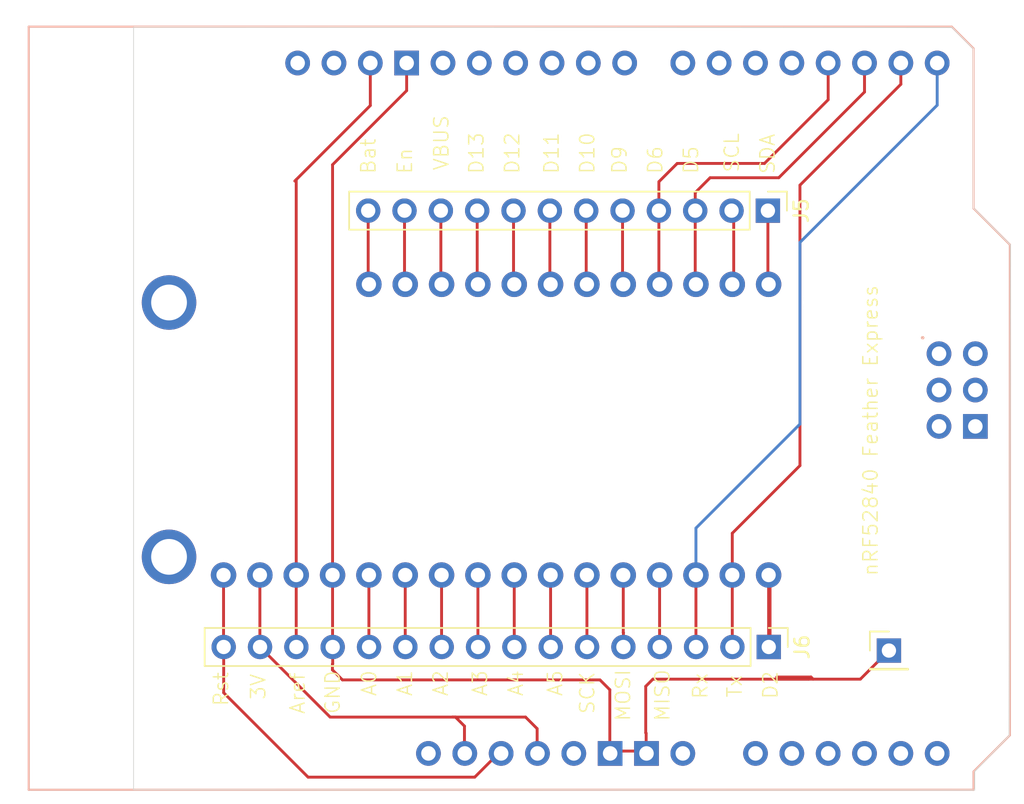
<source format=kicad_pcb>
(kicad_pcb (version 20240108) (generator "pcbnew") (generator_version "8.0")
  (layers (0 "F.Cu" signal) (31 "B.Cu" signal) (34 "B.Paste" user) (35 "F.Paste" user) (36 "B.SilkS" user "B.Silkscreen") (37 "F.SilkS" user "F.Silkscreen") (38 "B.Mask" user) (39 "F.Mask" user) (44 "Edge.Cuts" user))
  (net 0 "")
  (net 1 "/A6{slash}P0.30")
  (net 2 "/TXD")
  (net 3 "/P0.27")
  (net 4 "/RXD")
  (net 5 "/P0.11")
  (net 6 "/A7{slash}P0.31")
  (net 7 "+3V3")
  (net 8 "/EN")
  (net 9 "/~{RESET}")
  (net 10 "/P0.15")
  (net 11 "/P0.07")
  (net 12 "/SDA")
  (net 13 "/SCL")
  (net 14 "/P0.16")
  (net 15 "/A0{slash}0.02")
  (net 16 "/A1{slash}0.03")
  (net 17 "/DFU")
  (net 18 "/MOSI")
  (net 19 "/SCK")
  (net 20 "/MISO")
  (net 21 "/A4{slash}0.28")
  (net 22 "/A3{slash}0.05")
  (net 23 "/A5{slash}0.29")
  (net 24 "/A2{slash}0.04")
  (net 25 "GND")
  (net 26 "+5V")
  (net 27 "VBUS")
  (net 28 "VBAT")
  (net 29 "/AREF")
  (net 40 "VIN")
  (footprint "Connector_PinHeader_2.54mm:PinHeader_1x12_P2.54mm_Vertical" (layer "F.Cu") (at 109.54 42 -90)
    (property "Reference" "J5" (at 0 -2.33 90) (layer "F.SilkS"))
    (property "Value" "Conn_01x12")
    (fp_line (start -1.33 29.27) (end 1.33 29.27) (stroke (width 0.12)) (layer "F.SilkS"))
    (fp_line (start -1.33 1.27) (end -1.33 29.27) (stroke (width 0.12)) (layer "F.SilkS"))
    (fp_line (start -1.33 1.27) (end 1.33 1.27) (stroke (width 0.12)) (layer "F.SilkS"))
    (fp_line (start 1.33 1.27) (end 1.33 29.27) (stroke (width 0.12)) (layer "F.SilkS"))
    (fp_line (start -1.33 0) (end -1.33 -1.33) (stroke (width 0.12)) (layer "F.SilkS"))
    (fp_line (start -1.33 -1.33) (end 0 -1.33) (stroke (width 0.12)) (layer "F.SilkS"))
    (pad "1" thru_hole rect (at 0 0 270) (size 1.7 1.7) (drill 1) (layers "*.Cu" "*.Mask") (net 12 "/SDA"))
    (pad "2" thru_hole oval (at 0 2.54 270) (size 1.7 1.7) (drill 1) (layers "*.Cu" "*.Mask") (net 13 "/SCL"))
    (pad "3" thru_hole oval (at 0 5.08 270) (size 1.7 1.7) (drill 1) (layers "*.Cu" "*.Mask") (net 3 "/P0.27"))
    (pad "4" thru_hole oval (at 0 7.62 270) (size 1.7 1.7) (drill 1) (layers "*.Cu" "*.Mask") (net 1 "/A6{slash}P0.30"))
    (pad "5" thru_hole oval (at 0 10.16 270) (size 1.7 1.7) (drill 1) (layers "*.Cu" "*.Mask") (net 6 "/A7{slash}P0.31"))
    (pad "6" thru_hole oval (at 0 12.7 270) (size 1.7 1.7) (drill 1) (layers "*.Cu" "*.Mask") (net 5 "/P0.11"))
    (pad "7" thru_hole oval (at 0 15.24 270) (size 1.7 1.7) (drill 1) (layers "*.Cu" "*.Mask") (net 11 "/P0.07"))
    (pad "8" thru_hole oval (at 0 17.78 270) (size 1.7 1.7) (drill 1) (layers "*.Cu" "*.Mask") (net 10 "/P0.15"))
    (pad "9" thru_hole oval (at 0 20.32 270) (size 1.7 1.7) (drill 1) (layers "*.Cu" "*.Mask") (net 14 "/P0.16"))
    (pad "10" thru_hole oval (at 0 22.86 270) (size 1.7 1.7) (drill 1) (layers "*.Cu" "*.Mask") (net 27 "VBUS"))
    (pad "11" thru_hole oval (at 0 25.4 270) (size 1.7 1.7) (drill 1) (layers "*.Cu" "*.Mask") (net 8 "/EN"))
    (pad "12" thru_hole oval (at 0 27.94 270) (size 1.7 1.7) (drill 1) (layers "*.Cu" "*.Mask") (net 28 "VBAT"))
  )
  (footprint "Connector_PinHeader_2.54mm:PinHeader_1x01_P2.54mm_Vertical" (layer "F.Cu") (at 118 72.75)
    (property "Reference" "GND1" (hide yes))
    (property "Value" "GND")
    (fp_line (start -1.33 -1.33) (end 0 -1.33) (stroke (width 0.12)) (layer "F.SilkS"))
    (fp_line (start -1.33 0) (end -1.33 -1.33) (stroke (width 0.12)) (layer "F.SilkS"))
    (fp_line (start -1.33 1.27) (end -1.33 1.33) (stroke (width 0.12)) (layer "F.SilkS"))
    (fp_line (start -1.33 1.27) (end 1.33 1.27) (stroke (width 0.12)) (layer "F.SilkS"))
    (fp_line (start -1.33 1.33) (end 1.33 1.33) (stroke (width 0.12)) (layer "F.SilkS"))
    (fp_line (start 1.33 1.27) (end 1.33 1.33) (stroke (width 0.12)) (layer "F.SilkS"))
    (pad "1" thru_hole rect (at 0 0) (size 1.7 1.7) (drill 1) (layers "*.Cu" "*.Mask") (net 25 "GND"))
  )
  (footprint "Connector_PinHeader_2.54mm:PinHeader_1x16_P2.54mm_Vertical" (layer "F.Cu") (at 109.6 72.5 -90)
    (property "Reference" "J6" (at 0 -2.33 90) (layer "F.SilkS"))
    (property "Value" "Conn_01x16")
    (fp_line (start -1.33 39.43) (end 1.33 39.43) (stroke (width 0.12)) (layer "F.SilkS"))
    (fp_line (start -1.33 1.27) (end -1.33 39.43) (stroke (width 0.12)) (layer "F.SilkS"))
    (fp_line (start -1.33 1.27) (end 1.33 1.27) (stroke (width 0.12)) (layer "F.SilkS"))
    (fp_line (start 1.33 1.27) (end 1.33 39.43) (stroke (width 0.12)) (layer "F.SilkS"))
    (fp_line (start -1.33 0) (end -1.33 -1.33) (stroke (width 0.12)) (layer "F.SilkS"))
    (fp_line (start -1.33 -1.33) (end 0 -1.33) (stroke (width 0.12)) (layer "F.SilkS"))
    (pad "1" thru_hole rect (at 0 0 270) (size 1.7 1.7) (drill 1) (layers "*.Cu" "*.Mask") (net 17 "/DFU"))
    (pad "2" thru_hole oval (at 0 2.54 270) (size 1.7 1.7) (drill 1) (layers "*.Cu" "*.Mask") (net 2 "/TXD"))
    (pad "3" thru_hole oval (at 0 5.08 270) (size 1.7 1.7) (drill 1) (layers "*.Cu" "*.Mask") (net 4 "/RXD"))
    (pad "4" thru_hole oval (at 0 7.62 270) (size 1.7 1.7) (drill 1) (layers "*.Cu" "*.Mask") (net 20 "/MISO"))
    (pad "5" thru_hole oval (at 0 10.16 270) (size 1.7 1.7) (drill 1) (layers "*.Cu" "*.Mask") (net 18 "/MOSI"))
    (pad "6" thru_hole oval (at 0 12.7 270) (size 1.7 1.7) (drill 1) (layers "*.Cu" "*.Mask") (net 19 "/SCK"))
    (pad "7" thru_hole oval (at 0 15.24 270) (size 1.7 1.7) (drill 1) (layers "*.Cu" "*.Mask") (net 23 "/A5{slash}0.29"))
    (pad "8" thru_hole oval (at 0 17.78 270) (size 1.7 1.7) (drill 1) (layers "*.Cu" "*.Mask") (net 21 "/A4{slash}0.28"))
    (pad "9" thru_hole oval (at 0 20.32 270) (size 1.7 1.7) (drill 1) (layers "*.Cu" "*.Mask") (net 22 "/A3{slash}0.05"))
    (pad "10" thru_hole oval (at 0 22.86 270) (size 1.7 1.7) (drill 1) (layers "*.Cu" "*.Mask") (net 24 "/A2{slash}0.04"))
    (pad "11" thru_hole oval (at 0 25.4 270) (size 1.7 1.7) (drill 1) (layers "*.Cu" "*.Mask") (net 16 "/A1{slash}0.03"))
    (pad "12" thru_hole oval (at 0 27.94 270) (size 1.7 1.7) (drill 1) (layers "*.Cu" "*.Mask") (net 15 "/A0{slash}0.02"))
    (pad "13" thru_hole oval (at 0 30.48 270) (size 1.7 1.7) (drill 1) (layers "*.Cu" "*.Mask") (net 25 "GND"))
    (pad "14" thru_hole oval (at 0 33.02 270) (size 1.7 1.7) (drill 1) (layers "*.Cu" "*.Mask") (net 29 "/AREF"))
    (pad "15" thru_hole oval (at 0 35.56 270) (size 1.7 1.7) (drill 1) (layers "*.Cu" "*.Mask") (net 7 "+3V3"))
    (pad "16" thru_hole oval (at 0 38.1 270) (size 1.7 1.7) (drill 1) (layers "*.Cu" "*.Mask") (net 9 "/~{RESET}"))
  )
  (footprint "PCM_arduino-library:Arduino_Zero_Shield" (layer "F.Cu") (at 57.873 82.48)
    (property "Reference" "A1" (hide yes))
    (property "Value" "Arduino_Zero_Shield")
    (fp_line (start 0 -53.34) (end 0 0) (stroke (width 0.15)) (layer "B.SilkS"))
    (fp_line (start 0 -53.34) (end 64.516 -53.34) (stroke (width 0.15)) (layer "B.SilkS"))
    (fp_line (start 0 0) (end 66.04 0) (stroke (width 0.15)) (layer "B.SilkS"))
    (fp_line (start 64.516 -53.34) (end 66.04 -51.816) (stroke (width 0.15)) (layer "B.SilkS"))
    (fp_line (start 66.04 -40.64) (end 66.04 -51.816) (stroke (width 0.15)) (layer "B.SilkS"))
    (fp_line (start 66.04 -1.27) (end 68.58 -3.81) (stroke (width 0.15)) (layer "B.SilkS"))
    (fp_line (start 66.04 0) (end 66.04 -1.27) (stroke (width 0.15)) (layer "B.SilkS"))
    (fp_line (start 68.58 -38.1) (end 66.04 -40.64) (stroke (width 0.15)) (layer "B.SilkS"))
    (fp_line (start 68.58 -3.81) (end 68.58 -38.1) (stroke (width 0.15)) (layer "B.SilkS"))
    (fp_text user "." (at 62.484 -32.004 0) (layer "B.SilkS") (effects (justify mirror)))
    (fp_text user "." (at 62.484 -32.004 0) (layer "F.SilkS") (effects (justify mirror)))
    (pad "" np_thru_hole circle (at 13.97 -2.54) (size 3.2 3.2) (drill 3.2) (layers "*.Cu" "*.Mask"))
    (pad "" np_thru_hole circle (at 15.24 -50.8) (size 3.2 3.2) (drill 3.2) (layers "*.Cu" "*.Mask"))
    (pad "" np_thru_hole circle (at 66.04 -35.56) (size 3.2 3.2) (drill 3.2) (layers "*.Cu" "*.Mask"))
    (pad "" np_thru_hole circle (at 66.04 -7.62) (size 3.2 3.2) (drill 3.2) (layers "*.Cu" "*.Mask"))
    (pad "3V3" thru_hole oval (at 35.56 -2.54) (size 1.7272 1.7272) (drill 1.016) (layers "*.Cu" "*.Mask") (net 7 "+3V3"))
    (pad "5V1" thru_hole oval (at 38.1 -2.54) (size 1.7272 1.7272) (drill 1.016) (layers "*.Cu" "*.Mask") (net 26 "+5V"))
    (pad "5V2" thru_hole oval (at 66.167 -30.48) (size 1.7272 1.7272) (drill 1.016) (layers "*.Cu" "*.Mask"))
    (pad "A0" thru_hole oval (at 50.8 -2.54) (size 1.7272 1.7272) (drill 1.016) (layers "*.Cu" "*.Mask"))
    (pad "A1" thru_hole oval (at 53.34 -2.54) (size 1.7272 1.7272) (drill 1.016) (layers "*.Cu" "*.Mask"))
    (pad "A2" thru_hole oval (at 55.88 -2.54) (size 1.7272 1.7272) (drill 1.016) (layers "*.Cu" "*.Mask"))
    (pad "A3" thru_hole oval (at 58.42 -2.54) (size 1.7272 1.7272) (drill 1.016) (layers "*.Cu" "*.Mask"))
    (pad "A4" thru_hole oval (at 60.96 -2.54) (size 1.7272 1.7272) (drill 1.016) (layers "*.Cu" "*.Mask"))
    (pad "A5" thru_hole oval (at 63.5 -2.54) (size 1.7272 1.7272) (drill 1.016) (layers "*.Cu" "*.Mask"))
    (pad "AREF" thru_hole oval (at 23.876 -50.8) (size 1.7272 1.7272) (drill 1.016) (layers "*.Cu" "*.Mask") (net 29 "/AREF"))
    (pad "ATN" thru_hole oval (at 27.94 -2.54) (size 1.7272 1.7272) (drill 1.016) (layers "*.Cu" "*.Mask"))
    (pad "D0" thru_hole oval (at 63.5 -50.8) (size 1.7272 1.7272) (drill 1.016) (layers "*.Cu" "*.Mask") (net 4 "/RXD"))
    (pad "D1" thru_hole oval (at 60.96 -50.8) (size 1.7272 1.7272) (drill 1.016) (layers "*.Cu" "*.Mask") (net 2 "/TXD"))
    (pad "D2" thru_hole oval (at 58.42 -50.8) (size 1.7272 1.7272) (drill 1.016) (layers "*.Cu" "*.Mask") (net 3 "/P0.27"))
    (pad "D3" thru_hole oval (at 55.88 -50.8) (size 1.7272 1.7272) (drill 1.016) (layers "*.Cu" "*.Mask") (net 1 "/A6{slash}P0.30"))
    (pad "D4" thru_hole oval (at 53.34 -50.8) (size 1.7272 1.7272) (drill 1.016) (layers "*.Cu" "*.Mask"))
    (pad "D5" thru_hole oval (at 50.8 -50.8) (size 1.7272 1.7272) (drill 1.016) (layers "*.Cu" "*.Mask"))
    (pad "D6" thru_hole oval (at 48.26 -50.8) (size 1.7272 1.7272) (drill 1.016) (layers "*.Cu" "*.Mask"))
    (pad "D7" thru_hole oval (at 45.72 -50.8) (size 1.7272 1.7272) (drill 1.016) (layers "*.Cu" "*.Mask"))
    (pad "D8" thru_hole oval (at 41.656 -50.8) (size 1.7272 1.7272) (drill 1.016) (layers "*.Cu" "*.Mask"))
    (pad "D9" thru_hole oval (at 39.116 -50.8) (size 1.7272 1.7272) (drill 1.016) (layers "*.Cu" "*.Mask"))
    (pad "D10" thru_hole oval (at 36.576 -50.8) (size 1.7272 1.7272) (drill 1.016) (layers "*.Cu" "*.Mask"))
    (pad "D11" thru_hole oval (at 34.036 -50.8) (size 1.7272 1.7272) (drill 1.016) (layers "*.Cu" "*.Mask"))
    (pad "D12" thru_hole oval (at 31.496 -50.8) (size 1.7272 1.7272) (drill 1.016) (layers "*.Cu" "*.Mask"))
    (pad "D13" thru_hole oval (at 28.956 -50.8) (size 1.7272 1.7272) (drill 1.016) (layers "*.Cu" "*.Mask"))
    (pad "GND1" thru_hole rect (at 26.416 -50.8) (size 1.7272 1.7272) (drill 1.016) (layers "*.Cu" "*.Mask") (net 25 "GND"))
    (pad "GND2" thru_hole rect (at 40.64 -2.54) (size 1.7272 1.7272) (drill 1.016) (layers "*.Cu" "*.Mask") (net 25 "GND"))
    (pad "GND3" thru_hole rect (at 43.18 -2.54) (size 1.7272 1.7272) (drill 1.016) (layers "*.Cu" "*.Mask") (net 25 "GND"))
    (pad "GND4" thru_hole rect (at 66.167 -25.4) (size 1.7272 1.7272) (drill 1.016) (layers "*.Cu" "*.Mask") (net 25 "GND"))
    (pad "IORF" thru_hole oval (at 30.48 -2.54) (size 1.7272 1.7272) (drill 1.016) (layers "*.Cu" "*.Mask") (net 7 "+3V3"))
    (pad "MISO" thru_hole oval (at 63.627 -30.48) (size 1.7272 1.7272) (drill 1.016) (layers "*.Cu" "*.Mask"))
    (pad "MOSI" thru_hole oval (at 66.167 -27.94) (size 1.7272 1.7272) (drill 1.016) (layers "*.Cu" "*.Mask"))
    (pad "RST1" thru_hole oval (at 33.02 -2.54) (size 1.7272 1.7272) (drill 1.016) (layers "*.Cu" "*.Mask") (net 9 "/~{RESET}"))
    (pad "RST2" thru_hole oval (at 63.627 -25.4) (size 1.7272 1.7272) (drill 1.016) (layers "*.Cu" "*.Mask"))
    (pad "SCK" thru_hole oval (at 63.627 -27.94) (size 1.7272 1.7272) (drill 1.016) (layers "*.Cu" "*.Mask"))
    (pad "SCL" thru_hole oval (at 18.796 -50.8) (size 1.7272 1.7272) (drill 1.016) (layers "*.Cu" "*.Mask"))
    (pad "SDA" thru_hole oval (at 21.336 -50.8) (size 1.7272 1.7272) (drill 1.016) (layers "*.Cu" "*.Mask"))
    (pad "VIN" thru_hole oval (at 45.72 -2.54) (size 1.7272 1.7272) (drill 1.016) (layers "*.Cu" "*.Mask") (net 40 "VIN"))
  )
  (footprint "Adafruit nRF52 Bluefruit Feather rev G:FEATHERWING_NODIM" (layer "F.Cu") (at 65.14 68.74)
    (property "Reference" "MS1" (hide yes))
    (property "Value" "FEATHERWING_NODIM" (hide yes))
    (pad "" np_thru_hole circle (at 48.26 -20.32) (size 2.54 2.54) (drill 2.54) (layers "*.Cu" "*.Mask"))
    (pad "" np_thru_hole circle (at 48.26 -2.54) (size 2.54 2.54) (drill 2.54) (layers "*.Cu" "*.Mask"))
    (pad "1" thru_hole circle (at 6.35 -1.27) (size 1.778 1.778) (drill 1) (layers "*.Cu" "*.Mask") (net 9 "/~{RESET}"))
    (pad "2" thru_hole circle (at 8.89 -1.27) (size 1.778 1.778) (drill 1) (layers "*.Cu" "*.Mask") (net 7 "+3V3"))
    (pad "3" thru_hole circle (at 11.43 -1.27) (size 1.778 1.778) (drill 1) (layers "*.Cu" "*.Mask") (net 29 "/AREF"))
    (pad "4" thru_hole circle (at 13.97 -1.27) (size 1.778 1.778) (drill 1) (layers "*.Cu" "*.Mask") (net 25 "GND"))
    (pad "5" thru_hole circle (at 16.51 -1.27) (size 1.778 1.778) (drill 1) (layers "*.Cu" "*.Mask") (net 15 "/A0{slash}0.02"))
    (pad "6" thru_hole circle (at 19.05 -1.27) (size 1.778 1.778) (drill 1) (layers "*.Cu" "*.Mask") (net 16 "/A1{slash}0.03"))
    (pad "7" thru_hole circle (at 21.59 -1.27) (size 1.778 1.778) (drill 1) (layers "*.Cu" "*.Mask") (net 24 "/A2{slash}0.04"))
    (pad "8" thru_hole circle (at 24.13 -1.27) (size 1.778 1.778) (drill 1) (layers "*.Cu" "*.Mask") (net 22 "/A3{slash}0.05"))
    (pad "9" thru_hole circle (at 26.67 -1.27) (size 1.778 1.778) (drill 1) (layers "*.Cu" "*.Mask") (net 21 "/A4{slash}0.28"))
    (pad "10" thru_hole circle (at 29.21 -1.27) (size 1.778 1.778) (drill 1) (layers "*.Cu" "*.Mask") (net 23 "/A5{slash}0.29"))
    (pad "11" thru_hole circle (at 31.75 -1.27) (size 1.778 1.778) (drill 1) (layers "*.Cu" "*.Mask") (net 19 "/SCK"))
    (pad "12" thru_hole circle (at 34.29 -1.27) (size 1.778 1.778) (drill 1) (layers "*.Cu" "*.Mask") (net 18 "/MOSI"))
    (pad "13" thru_hole circle (at 36.83 -1.27) (size 1.778 1.778) (drill 1) (layers "*.Cu" "*.Mask") (net 20 "/MISO"))
    (pad "14" thru_hole circle (at 39.37 -1.27) (size 1.778 1.778) (drill 1) (layers "*.Cu" "*.Mask") (net 4 "/RXD"))
    (pad "15" thru_hole circle (at 41.91 -1.27) (size 1.778 1.778) (drill 1) (layers "*.Cu" "*.Mask") (net 2 "/TXD"))
    (pad "16" thru_hole circle (at 44.45 -1.27) (size 1.778 1.778) (drill 1) (layers "*.Cu" "*.Mask") (net 17 "/DFU"))
    (pad "17" thru_hole circle (at 44.45 -21.59) (size 1.778 1.778) (drill 1) (layers "*.Cu" "*.Mask") (net 12 "/SDA"))
    (pad "18" thru_hole circle (at 41.91 -21.59) (size 1.778 1.778) (drill 1) (layers "*.Cu" "*.Mask") (net 13 "/SCL"))
    (pad "19" thru_hole circle (at 39.37 -21.59) (size 1.778 1.778) (drill 1) (layers "*.Cu" "*.Mask") (net 3 "/P0.27"))
    (pad "20" thru_hole circle (at 36.83 -21.59) (size 1.778 1.778) (drill 1) (layers "*.Cu" "*.Mask") (net 1 "/A6{slash}P0.30"))
    (pad "21" thru_hole circle (at 34.29 -21.59) (size 1.778 1.778) (drill 1) (layers "*.Cu" "*.Mask") (net 6 "/A7{slash}P0.31"))
    (pad "22" thru_hole circle (at 31.75 -21.59) (size 1.778 1.778) (drill 1) (layers "*.Cu" "*.Mask") (net 5 "/P0.11"))
    (pad "23" thru_hole circle (at 29.21 -21.59) (size 1.778 1.778) (drill 1) (layers "*.Cu" "*.Mask") (net 11 "/P0.07"))
    (pad "24" thru_hole circle (at 26.67 -21.59) (size 1.778 1.778) (drill 1) (layers "*.Cu" "*.Mask") (net 10 "/P0.15"))
    (pad "25" thru_hole circle (at 24.13 -21.59) (size 1.778 1.778) (drill 1) (layers "*.Cu" "*.Mask") (net 14 "/P0.16"))
    (pad "26" thru_hole circle (at 21.59 -21.59) (size 1.778 1.778) (drill 1) (layers "*.Cu" "*.Mask") (net 27 "VBUS"))
    (pad "27" thru_hole circle (at 19.05 -21.59) (size 1.778 1.778) (drill 1) (layers "*.Cu" "*.Mask") (net 8 "/EN"))
    (pad "28" thru_hole circle (at 16.51 -21.59) (size 1.778 1.778) (drill 1) (layers "*.Cu" "*.Mask") (net 28 "VBAT"))
    (pad "P$1" thru_hole circle (at 2.54 -20.32) (size 3.81 3.81) (drill 2.5) (layers "*.Cu" "*.Mask"))
    (pad "P$2" thru_hole circle (at 2.54 -2.54) (size 3.81 3.81) (drill 2.5) (layers "*.Cu" "*.Mask"))
  )
  (gr_line (start 126.5 44.4) (end 126.4 78.7) (stroke (width 0.05)) (layer "Edge.Cuts"))
  (gr_line (start 65.202 82.474) (end 65.202 29.154) (stroke (width 0.05)) (layer "Edge.Cuts"))
  (gr_line (start 65.252 29.154) (end 122.4 29.2) (stroke (width 0.05)) (layer "Edge.Cuts"))
  (gr_line (start 123.9 30.7) (end 123.9 41.8) (stroke (width 0.05)) (layer "Edge.Cuts"))
  (gr_line (start 126.4 78.7) (end 124 81.2) (stroke (width 0.05)) (layer "Edge.Cuts"))
  (gr_line (start 124 82.5) (end 65.202 82.474) (stroke (width 0.05)) (layer "Edge.Cuts"))
  (gr_line (start 122.4 29.2) (end 123.9 30.7) (stroke (width 0.05)) (layer "Edge.Cuts"))
  (gr_line (start 124 81.2) (end 124 82.5) (stroke (width 0.05)) (layer "Edge.Cuts"))
  (gr_line (start 123.9 41.8) (end 126.5 44.4) (stroke (width 0.05)) (layer "Edge.Cuts"))
  (gr_text "MOSI" (at 100 77.75 90) (layer "F.SilkS") (effects (font (size 1 1) (thickness 0.1)) (justify left bottom)))
  (gr_text "Rx" (at 105.4 76.2 90) (layer "F.SilkS") (effects (font (size 1 1) (thickness 0.1)) (justify left bottom)))
  (gr_text "En" (at 84.75 39.5 90) (layer "F.SilkS") (effects (font (size 1 1) (thickness 0.1)) (justify left bottom)))
  (gr_text "D10" (at 97.5 39.5 90) (layer "F.SilkS") (effects (font (size 1 1) (thickness 0.1)) (justify left bottom)))
  (gr_text "D9" (at 99.75 39.5 90) (layer "F.SilkS") (effects (font (size 1 1) (thickness 0.1)) (justify left bottom)))
  (gr_text "VBUS" (at 87.3 39.25 90) (layer "F.SilkS") (effects (font (size 1 1) (thickness 0.1)) (justify left bottom)))
  (gr_text "A4" (at 92.5 76 90) (layer "F.SilkS") (effects (font (size 1 1) (thickness 0.1)) (justify left bottom)))
  (gr_text "Bat" (at 82.2 39.5 90) (layer "F.SilkS") (effects (font (size 1 1) (thickness 0.1)) (justify left bottom)))
  (gr_text "Rst" (at 71.9 76.7 90) (layer "F.SilkS") (effects (font (size 1 1) (thickness 0.1)) (justify left bottom)))
  (gr_text "SCK" (at 97.5 77.25 90) (layer "F.SilkS") (effects (font (size 1 1) (thickness 0.1)) (justify left bottom)))
  (gr_text "SDA" (at 110.1 39.5 90) (layer "F.SilkS") (effects (font (size 1 1) (thickness 0.1)) (justify left bottom)))
  (gr_text "Aref" (at 77.25 77.25 90) (layer "F.SilkS") (effects (font (size 1 1) (thickness 0.1)) (justify left bottom)))
  (gr_text "A5" (at 95.25 76 90) (layer "F.SilkS") (effects (font (size 1 1) (thickness 0.1)) (justify left bottom)))
  (gr_text "D5" (at 104.75 39.5 90) (layer "F.SilkS") (effects (font (size 1 1) (thickness 0.1)) (justify left bottom)))
  (gr_text "D11" (at 95 39.5 90) (layer "F.SilkS") (effects (font (size 1 1) (thickness 0.1)) (justify left bottom)))
  (gr_text "Tx" (at 107.8 76.1 90) (layer "F.SilkS") (effects (font (size 1 1) (thickness 0.1)) (justify left bottom)))
  (gr_text "D12" (at 92.25 39.5 90) (layer "F.SilkS") (effects (font (size 1 1) (thickness 0.1)) (justify left bottom)))
  (gr_text "A0" (at 82.25 76 90) (layer "F.SilkS") (effects (font (size 1 1) (thickness 0.1)) (justify left bottom)))
  (gr_text "SCL" (at 107.6 39.4 90) (layer "F.SilkS") (effects (font (size 1 1) (thickness 0.1)) (justify left bottom)))
  (gr_text "D13" (at 89.75 39.5 90) (layer "F.SilkS") (effects (font (size 1 1) (thickness 0.1)) (justify left bottom)))
  (gr_text "MISO" (at 102.75 77.75 90) (layer "F.SilkS") (effects (font (size 1 1) (thickness 0.1)) (justify left bottom)))
  (gr_text "A1" (at 84.75 76 90) (layer "F.SilkS") (effects (font (size 1 1) (thickness 0.1)) (justify left bottom)))
  (gr_text "A3" (at 90 76 90) (layer "F.SilkS") (effects (font (size 1 1) (thickness 0.1)) (justify left bottom)))
  (gr_text "A2" (at 87.25 76 90) (layer "F.SilkS") (effects (font (size 1 1) (thickness 0.1)) (justify left bottom)))
  (gr_text "GND" (at 79.7 77.25 90) (layer "F.SilkS") (effects (font (size 1 1) (thickness 0.1)) (justify left bottom)))
  (gr_text "nRF52840 Feather Express" (at 117.3 67.6 90) (layer "F.SilkS") (effects (font (size 1 1) (thickness 0.1)) (justify left bottom)))
  (gr_text "D2" (at 110.3 76.2 90) (layer "F.SilkS") (effects (font (size 1 1) (thickness 0.1)) (justify left bottom)))
  (gr_text "D6" (at 102.25 39.5 90) (layer "F.SilkS") (effects (font (size 1 1) (thickness 0.1)) (justify left bottom)))
  (gr_text "3V" (at 74.5 76.25 90) (layer "F.SilkS") (effects (font (size 1 1) (thickness 0.1)) (justify left bottom)))
  (segment (start 109.3 38.7) (end 103.2 38.7) (width 0.2) (layer "F.Cu") (net 1))
  (segment (start 101.92 39.98) (end 101.92 42) (width 0.2) (layer "F.Cu") (net 1))
  (segment (start 113.753 31.68) (end 113.753 34.247) (width 0.2) (layer "F.Cu") (net 1))
  (segment (start 103.2 38.7) (end 101.92 39.98) (width 0.2) (layer "F.Cu") (net 1))
  (segment (start 113.753 34.247) (end 109.3 38.7) (width 0.2) (layer "F.Cu") (net 1))
  (segment (start 101.92 42) (end 101.92 47.08) (width 0.2) (layer "F.Cu") (net 1))
  (segment (start 107.05 64.55) (end 107.05 67.47) (width 0.2) (layer "F.Cu") (net 2))
  (segment (start 111.78 59.82) (end 107.05 64.55) (width 0.2) (layer "F.Cu") (net 2))
  (segment (start 107.05 67.47) (end 107.05 72.49) (width 0.2) (layer "F.Cu") (net 2))
  (segment (start 111.78 40.22) (end 111.78 59.82) (width 0.2) (layer "F.Cu") (net 2))
  (segment (start 118.833 33.167) (end 111.78 40.22) (width 0.2) (layer "F.Cu") (net 2))
  (segment (start 107.05 72.49) (end 107.06 72.5) (width 0.2) (layer "F.Cu") (net 2))
  (segment (start 118.833 31.68) (end 118.833 33.167) (width 0.2) (layer "F.Cu") (net 2))
  (segment (start 110.3 39.7) (end 105.5 39.7) (width 0.2) (layer "F.Cu") (net 3))
  (segment (start 116.293 31.68) (end 116.293 33.707) (width 0.2) (layer "F.Cu") (net 3))
  (segment (start 104.46 40.74) (end 104.46 42) (width 0.2) (layer "F.Cu") (net 3))
  (segment (start 105.5 39.7) (end 104.46 40.74) (width 0.2) (layer "F.Cu") (net 3))
  (segment (start 116.293 33.707) (end 110.3 39.7) (width 0.2) (layer "F.Cu") (net 3))
  (segment (start 104.46 42) (end 104.46 47.08) (width 0.2) (layer "F.Cu") (net 3))
  (segment (start 104.51 67.47) (end 104.51 72.49) (width 0.2) (layer "F.Cu") (net 4))
  (segment (start 104.51 72.49) (end 104.52 72.5) (width 0.2) (layer "F.Cu") (net 4))
  (segment (start 121.373 31.68) (end 121.373 34.627) (width 0.2) (layer "B.Cu") (net 4))
  (segment (start 121.373 34.627) (end 111.78 44.22) (width 0.2) (layer "B.Cu") (net 4))
  (segment (start 104.51 64.19) (end 104.51 67.47) (width 0.2) (layer "B.Cu") (net 4))
  (segment (start 111.78 44.22) (end 111.78 56.92) (width 0.2) (layer "B.Cu") (net 4))
  (segment (start 111.78 56.92) (end 104.51 64.19) (width 0.2) (layer "B.Cu") (net 4))
  (segment (start 96.84 42) (end 96.84 47.08) (width 0.2) (layer "F.Cu") (net 5))
  (segment (start 99.38 42) (end 99.38 47.08) (width 0.2) (layer "F.Cu") (net 6))
  (segment (start 87.7 77.4) (end 88.33 78.03) (width 0.2) (layer "F.Cu") (net 7))
  (segment (start 78.94 77.4) (end 87.5 77.4) (width 0.2) (layer "F.Cu") (net 7))
  (segment (start 88.33 78.03) (end 88.33 79.775) (width 0.2) (layer "F.Cu") (net 7))
  (segment (start 93.41 79.775) (end 93.41 78.21) (width 0.2) (layer "F.Cu") (net 7))
  (segment (start 74.04 72.5) (end 78.94 77.4) (width 0.2) (layer "F.Cu") (net 7))
  (segment (start 92.6 77.4) (end 87.5 77.4) (width 0.2) (layer "F.Cu") (net 7))
  (segment (start 74.03 72.49) (end 74.04 72.5) (width 0.2) (layer "F.Cu") (net 7))
  (segment (start 74.03 67.47) (end 74.03 72.49) (width 0.2) (layer "F.Cu") (net 7))
  (segment (start 93.41 78.21) (end 92.6 77.4) (width 0.2) (layer "F.Cu") (net 7))
  (segment (start 87.5 77.4) (end 87.7 77.4) (width 0.2) (layer "F.Cu") (net 7))
  (segment (start 84.14 42) (end 84.14 47.08) (width 0.2) (layer "F.Cu") (net 8))
  (segment (start 71.49 72.49) (end 71.5 72.5) (width 0.2) (layer "F.Cu") (net 9))
  (segment (start 90.87 79.775) (end 89.045 81.6) (width 0.2) (layer "F.Cu") (net 9))
  (segment (start 71.5 75.7) (end 71.5 72.5) (width 0.2) (layer "F.Cu") (net 9))
  (segment (start 71.49 67.47) (end 71.49 72.49) (width 0.2) (layer "F.Cu") (net 9))
  (segment (start 89.045 81.6) (end 77.4 81.6) (width 0.2) (layer "F.Cu") (net 9))
  (segment (start 77.4 81.6) (end 71.5 75.7) (width 0.2) (layer "F.Cu") (net 9))
  (segment (start 91.76 42) (end 91.76 47.08) (width 0.2) (layer "F.Cu") (net 10))
  (segment (start 94.3 42) (end 94.3 47.08) (width 0.2) (layer "F.Cu") (net 11))
  (segment (start 109.54 42) (end 109.54 47.08) (width 0.2) (layer "F.Cu") (net 12))
  (segment (start 107.15 42.65) (end 107.15 47.23) (width 0.2) (layer "F.Cu") (net 13))
  (segment (start 107 42.5) (end 107.15 42.65) (width 0.2) (layer "F.Cu") (net 13))
  (segment (start 107 42) (end 107 42.5) (width 0.2) (layer "F.Cu") (net 13))
  (segment (start 89.22 42) (end 89.22 47.08) (width 0.2) (layer "F.Cu") (net 14))
  (segment (start 81.65 67.47) (end 81.65 72.49) (width 0.2) (layer "F.Cu") (net 15))
  (segment (start 81.65 72.49) (end 81.66 72.5) (width 0.2) (layer "F.Cu") (net 15))
  (segment (start 84.19 72.49) (end 84.2 72.5) (width 0.2) (layer "F.Cu") (net 16))
  (segment (start 84.19 67.47) (end 84.19 72.49) (width 0.2) (layer "F.Cu") (net 16))
  (segment (start 109.59 67.47) (end 109.59 72.49) (width 0.2) (layer "F.Cu") (net 17))
  (segment (start 109.59 72.49) (end 109.6 72.5) (width 0.2) (layer "F.Cu") (net 17))
  (segment (start 109.69 72.31) (end 109.5 72.5) (width 0.2) (layer "F.Cu") (net 17))
  (segment (start 109.69 67.55) (end 109.69 72.31) (width 0.2) (layer "F.Cu") (net 17))
  (segment (start 99.44 72.5) (end 99.44 71.51) (width 0.2) (layer "F.Cu") (net 18))
  (segment (start 99.44 71.51) (end 99.43 71.5) (width 0.2) (layer "F.Cu") (net 18))
  (segment (start 99.43 67.47) (end 99.43 71.5) (width 0.2) (layer "F.Cu") (net 18))
  (segment (start 96.89 72.49) (end 96.9 72.5) (width 0.2) (layer "F.Cu") (net 19))
  (segment (start 96.89 67.47) (end 96.89 72.49) (width 0.2) (layer "F.Cu") (net 19))
  (segment (start 101.97 67.47) (end 101.97 72.49) (width 0.2) (layer "F.Cu") (net 20))
  (segment (start 101.97 72.49) (end 101.98 72.5) (width 0.2) (layer "F.Cu") (net 20))
  (segment (start 91.81 72.49) (end 91.82 72.5) (width 0.2) (layer "F.Cu") (net 21))
  (segment (start 91.81 67.47) (end 91.81 72.49) (width 0.2) (layer "F.Cu") (net 21))
  (segment (start 89.27 67.47) (end 89.27 72.49) (width 0.2) (layer "F.Cu") (net 22))
  (segment (start 89.27 72.49) (end 89.28 72.5) (width 0.2) (layer "F.Cu") (net 22))
  (segment (start 94.35 67.47) (end 94.35 72.49) (width 0.2) (layer "F.Cu") (net 23))
  (segment (start 94.35 72.49) (end 94.36 72.5) (width 0.2) (layer "F.Cu") (net 23))
  (segment (start 86.73 72.49) (end 86.74 72.5) (width 0.2) (layer "F.Cu") (net 24))
  (segment (start 86.73 67.47) (end 86.73 72.49) (width 0.2) (layer "F.Cu") (net 24))
  (segment (start 84.289 33.611) (end 79.11 38.79) (width 0.2) (layer "F.Cu") (net 25))
  (segment (start 79.11 72.49) (end 79.12 72.5) (width 0.2) (layer "F.Cu") (net 25))
  (segment (start 98.49 79.775) (end 101.03 79.775) (width 0.2) (layer "F.Cu") (net 25))
  (segment (start 97.8 74.8) (end 79.8 74.8) (width 0.2) (layer "F.Cu") (net 25))
  (segment (start 79.1 73.7) (end 79.12 73.68) (width 0.2) (layer "F.Cu") (net 25))
  (segment (start 112.7 74.75) (end 112.55 74.6) (width 0.2) (layer "F.Cu") (net 25))
  (segment (start 98.49 79.775) (end 98.49 75.49) (width 0.2) (layer "F.Cu") (net 25))
  (segment (start 98.49 75.49) (end 97.8 74.8) (width 0.2) (layer "F.Cu") (net 25))
  (segment (start 101 78.5) (end 101.03 78.53) (width 0.2) (layer "F.Cu") (net 25))
  (segment (start 112.4 74.75) (end 112.55 74.6) (width 0.2) (layer "F.Cu") (net 25))
  (segment (start 84.289 31.68) (end 84.289 33.611) (width 0.2) (layer "F.Cu") (net 25))
  (segment (start 101.03 78.53) (end 101.03 79.775) (width 0.2) (layer "F.Cu") (net 25))
  (segment (start 101 75.25) (end 101 78.5) (width 0.2) (layer "F.Cu") (net 25))
  (segment (start 79.11 67.47) (end 79.11 72.49) (width 0.2) (layer "F.Cu") (net 25))
  (segment (start 79.1 74.1) (end 79.1 73.7) (width 0.2) (layer "F.Cu") (net 25))
  (segment (start 101.5 74.75) (end 101 75.25) (width 0.2) (layer "F.Cu") (net 25))
  (segment (start 112.7 74.75) (end 110.16 74.75) (width 0.2) (layer "F.Cu") (net 25))
  (segment (start 118 72.75) (end 116 74.75) (width 0.2) (layer "F.Cu") (net 25))
  (segment (start 110.16 74.75) (end 112.4 74.75) (width 0.2) (layer "F.Cu") (net 25))
  (segment (start 110.16 74.75) (end 101.5 74.75) (width 0.2) (layer "F.Cu") (net 25))
  (segment (start 79.11 38.79) (end 79.11 67.47) (width 0.2) (layer "F.Cu") (net 25))
  (segment (start 116 74.75) (end 112.7 74.75) (width 0.2) (layer "F.Cu") (net 25))
  (segment (start 79.8 74.8) (end 79.1 74.1) (width 0.2) (layer "F.Cu") (net 25))
  (segment (start 112.55 74.6) (end 110.16 74.6) (width 0.2) (layer "F.Cu") (net 25))
  (segment (start 79.12 73.68) (end 79.12 72.9) (width 0.2) (layer "F.Cu") (net 25))
  (segment (start 86.68 42) (end 86.68 47.08) (width 0.2) (layer "F.Cu") (net 27))
  (segment (start 81.6 42) (end 81.6 47.08) (width 0.2) (layer "F.Cu") (net 28))
  (segment (start 76.57 67.47) (end 76.57 72.49) (width 0.2) (layer "F.Cu") (net 29))
  (segment (start 76.57 72.49) (end 76.58 72.5) (width 0.2) (layer "F.Cu") (net 29))
  (segment (start 76.57 39.83) (end 76.57 67.47) (width 0.2) (layer "F.Cu") (net 29))
  (segment (start 81.749 31.68) (end 81.749 34.651) (width 0.2) (layer "F.Cu") (net 29))
  (segment (start 81.749 34.651) (end 76.47 39.93) (width 0.2) (layer "F.Cu") (net 29))
)
</source>
